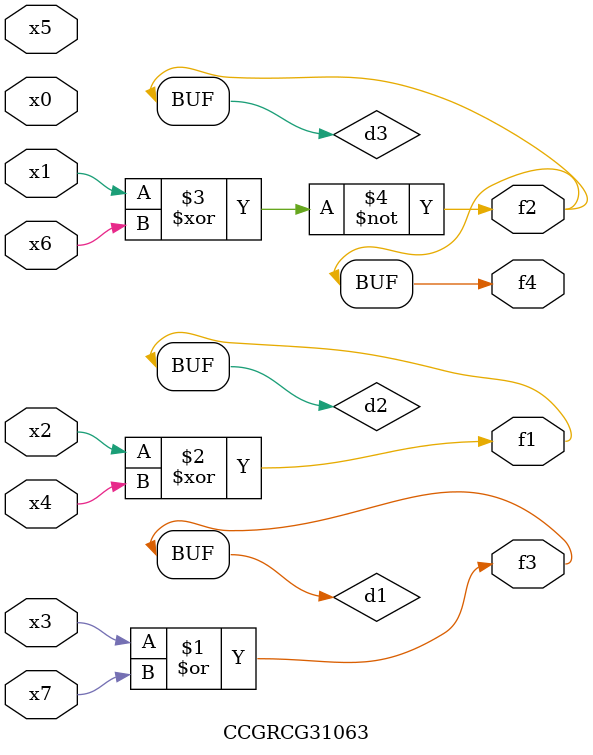
<source format=v>
module CCGRCG31063(
	input x0, x1, x2, x3, x4, x5, x6, x7,
	output f1, f2, f3, f4
);

	wire d1, d2, d3;

	or (d1, x3, x7);
	xor (d2, x2, x4);
	xnor (d3, x1, x6);
	assign f1 = d2;
	assign f2 = d3;
	assign f3 = d1;
	assign f4 = d3;
endmodule

</source>
